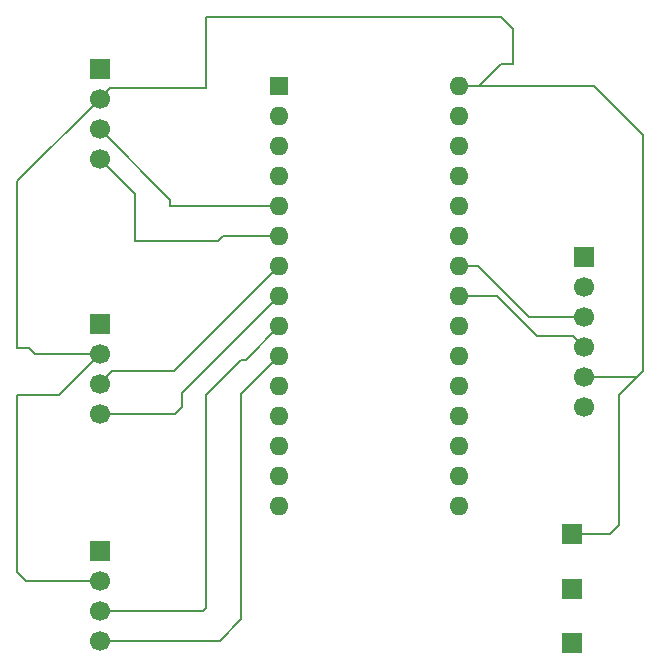
<source format=gbr>
%TF.GenerationSoftware,KiCad,Pcbnew,9.0.5-9.0.5~ubuntu24.04.1*%
%TF.CreationDate,2025-10-19T16:33:04+02:00*%
%TF.ProjectId,MultiClockArduino,4d756c74-6943-46c6-9f63-6b4172647569,0.1*%
%TF.SameCoordinates,Original*%
%TF.FileFunction,Copper,L1,Top*%
%TF.FilePolarity,Positive*%
%FSLAX46Y46*%
G04 Gerber Fmt 4.6, Leading zero omitted, Abs format (unit mm)*
G04 Created by KiCad (PCBNEW 9.0.5-9.0.5~ubuntu24.04.1) date 2025-10-19 16:33:04*
%MOMM*%
%LPD*%
G01*
G04 APERTURE LIST*
%TA.AperFunction,ComponentPad*%
%ADD10R,1.700000X1.700000*%
%TD*%
%TA.AperFunction,ComponentPad*%
%ADD11C,1.700000*%
%TD*%
%TA.AperFunction,ComponentPad*%
%ADD12R,1.600000X1.600000*%
%TD*%
%TA.AperFunction,ComponentPad*%
%ADD13O,1.600000X1.600000*%
%TD*%
%TA.AperFunction,Conductor*%
%ADD14C,0.200000*%
%TD*%
G04 APERTURE END LIST*
D10*
%TO.P,J7,1,Pin_1*%
%TO.N,GND1*%
X160000000Y-124000000D03*
%TD*%
%TO.P,J6,1,Pin_1*%
%TO.N,GND*%
X160000000Y-119400000D03*
%TD*%
%TO.P,J5,1,Pin_1*%
%TO.N,+5V*%
X160000000Y-114800000D03*
%TD*%
%TO.P,J4,1,Pin_1*%
%TO.N,unconnected-(J4-Pin_1-Pad1)*%
X161000000Y-91300000D03*
D11*
%TO.P,J4,2,Pin_2*%
%TO.N,unconnected-(J4-Pin_2-Pad2)*%
X161000000Y-93840000D03*
%TO.P,J4,3,Pin_3*%
%TO.N,/DS3231_SCL*%
X161000000Y-96380000D03*
%TO.P,J4,4,Pin_4*%
%TO.N,/DS3231_SDA*%
X161000000Y-98920000D03*
%TO.P,J4,5,Pin_5*%
%TO.N,+5V*%
X161000000Y-101460000D03*
%TO.P,J4,6,Pin_6*%
%TO.N,GND1*%
X161000000Y-104000000D03*
%TD*%
D10*
%TO.P,J3,1,Pin_1*%
%TO.N,GND*%
X120025000Y-116200000D03*
D11*
%TO.P,J3,2,Pin_2*%
%TO.N,+5V*%
X120025000Y-118740000D03*
%TO.P,J3,3,Pin_3*%
%TO.N,/CAN_GND*%
X120025000Y-121280000D03*
%TO.P,J3,4,Pin_4*%
%TO.N,/CAN_CLK*%
X120025000Y-123820000D03*
%TD*%
D10*
%TO.P,J2,1,Pin_1*%
%TO.N,GND*%
X120000000Y-97000000D03*
D11*
%TO.P,J2,2,Pin_2*%
%TO.N,+5V*%
X120000000Y-99540000D03*
%TO.P,J2,3,Pin_3*%
%TO.N,/GER_DAT*%
X120000000Y-102080000D03*
%TO.P,J2,4,Pin_4*%
%TO.N,/GER_CLK*%
X120000000Y-104620000D03*
%TD*%
D10*
%TO.P,J1,1,Pin_1*%
%TO.N,GND*%
X120000000Y-75380000D03*
D11*
%TO.P,J1,2,Pin_2*%
%TO.N,+5V*%
X120000000Y-77920000D03*
%TO.P,J1,3,Pin_3*%
%TO.N,/IND_DAT*%
X120000000Y-80460000D03*
%TO.P,J1,4,Pin_4*%
%TO.N,/IND_CLK*%
X120000000Y-83000000D03*
%TD*%
D12*
%TO.P,A1,1,D1/TX*%
%TO.N,unconnected-(A1-D1{slash}TX-Pad1)*%
X135200000Y-76840000D03*
D13*
%TO.P,A1,2,D0/RX*%
%TO.N,unconnected-(A1-D0{slash}RX-Pad2)*%
X135200000Y-79380000D03*
%TO.P,A1,3,~{RESET}*%
%TO.N,unconnected-(A1-~{RESET}-Pad3)*%
X135200000Y-81920000D03*
%TO.P,A1,4,GND*%
%TO.N,GND*%
X135200000Y-84460000D03*
%TO.P,A1,5,D2*%
%TO.N,/IND_DAT*%
X135200000Y-87000000D03*
%TO.P,A1,6,D3*%
%TO.N,/IND_CLK*%
X135200000Y-89540000D03*
%TO.P,A1,7,D4*%
%TO.N,/GER_DAT*%
X135200000Y-92080000D03*
%TO.P,A1,8,D5*%
%TO.N,/GER_CLK*%
X135200000Y-94620000D03*
%TO.P,A1,9,D6*%
%TO.N,/CAN_GND*%
X135200000Y-97160000D03*
%TO.P,A1,10,D7*%
%TO.N,/CAN_CLK*%
X135200000Y-99700000D03*
%TO.P,A1,11,D8*%
%TO.N,unconnected-(A1-D8-Pad11)*%
X135200000Y-102240000D03*
%TO.P,A1,12,D9*%
%TO.N,unconnected-(A1-D9-Pad12)*%
X135200000Y-104780000D03*
%TO.P,A1,13,D10*%
%TO.N,unconnected-(A1-D10-Pad13)*%
X135200000Y-107320000D03*
%TO.P,A1,14,D11*%
%TO.N,unconnected-(A1-D11-Pad14)*%
X135200000Y-109860000D03*
%TO.P,A1,15,D12*%
%TO.N,unconnected-(A1-D12-Pad15)*%
X135200000Y-112400000D03*
%TO.P,A1,16,D13*%
%TO.N,unconnected-(A1-D13-Pad16)*%
X150440000Y-112400000D03*
%TO.P,A1,17,3V3*%
%TO.N,unconnected-(A1-3V3-Pad17)*%
X150440000Y-109860000D03*
%TO.P,A1,18,AREF*%
%TO.N,unconnected-(A1-AREF-Pad18)*%
X150440000Y-107320000D03*
%TO.P,A1,19,A0*%
%TO.N,unconnected-(A1-A0-Pad19)*%
X150440000Y-104780000D03*
%TO.P,A1,20,A1*%
%TO.N,unconnected-(A1-A1-Pad20)*%
X150440000Y-102240000D03*
%TO.P,A1,21,A2*%
%TO.N,unconnected-(A1-A2-Pad21)*%
X150440000Y-99700000D03*
%TO.P,A1,22,A3*%
%TO.N,unconnected-(A1-A3-Pad22)*%
X150440000Y-97160000D03*
%TO.P,A1,23,A4*%
%TO.N,/DS3231_SDA*%
X150440000Y-94620000D03*
%TO.P,A1,24,A5*%
%TO.N,/DS3231_SCL*%
X150440000Y-92080000D03*
%TO.P,A1,25,A6*%
%TO.N,unconnected-(A1-A6-Pad25)*%
X150440000Y-89540000D03*
%TO.P,A1,26,A7*%
%TO.N,unconnected-(A1-A7-Pad26)*%
X150440000Y-87000000D03*
%TO.P,A1,27,+5V*%
%TO.N,unconnected-(A1-+5V-Pad27)*%
X150440000Y-84460000D03*
%TO.P,A1,28,~{RESET}*%
%TO.N,unconnected-(A1-~{RESET}-Pad28)*%
X150440000Y-81920000D03*
%TO.P,A1,29,GND*%
%TO.N,GND1*%
X150440000Y-79380000D03*
%TO.P,A1,30,VIN*%
%TO.N,+5V*%
X150440000Y-76840000D03*
%TD*%
D14*
%TO.N,+5V*%
X160000000Y-114800000D02*
X163200000Y-114800000D01*
X163200000Y-114800000D02*
X164000000Y-114000000D01*
X164000000Y-114000000D02*
X164000000Y-103000000D01*
X164000000Y-103000000D02*
X165540000Y-101460000D01*
%TO.N,/DS3231_SDA*%
X161000000Y-98920000D02*
X160080000Y-98000000D01*
X160080000Y-98000000D02*
X157000000Y-98000000D01*
X157000000Y-98000000D02*
X153620000Y-94620000D01*
X153620000Y-94620000D02*
X150440000Y-94620000D01*
%TO.N,/DS3231_SCL*%
X161000000Y-96380000D02*
X156380000Y-96380000D01*
X156380000Y-96380000D02*
X152080000Y-92080000D01*
X152080000Y-92080000D02*
X150440000Y-92080000D01*
%TO.N,+5V*%
X150440000Y-76840000D02*
X161840000Y-76840000D01*
X161840000Y-76840000D02*
X166000000Y-81000000D01*
X166000000Y-101000000D02*
X165540000Y-101460000D01*
X166000000Y-81000000D02*
X166000000Y-101000000D01*
X165540000Y-101460000D02*
X161000000Y-101460000D01*
X155000000Y-72000000D02*
X155000000Y-75000000D01*
X155000000Y-75000000D02*
X154000000Y-75000000D01*
X152160000Y-76840000D02*
X150440000Y-76840000D01*
X154000000Y-75000000D02*
X152160000Y-76840000D01*
X120000000Y-77920000D02*
X120920000Y-77000000D01*
X129000000Y-77000000D02*
X129000000Y-71000000D01*
X120920000Y-77000000D02*
X129000000Y-77000000D01*
X129000000Y-71000000D02*
X154000000Y-71000000D01*
X154000000Y-71000000D02*
X155000000Y-72000000D01*
X120000000Y-77920000D02*
X113000000Y-84920000D01*
X114000000Y-99000000D02*
X114540000Y-99540000D01*
X113000000Y-84920000D02*
X113000000Y-99000000D01*
X113000000Y-99000000D02*
X114000000Y-99000000D01*
X114540000Y-99540000D02*
X120000000Y-99540000D01*
X120025000Y-118740000D02*
X113740000Y-118740000D01*
X113740000Y-118740000D02*
X113000000Y-118000000D01*
X113000000Y-118000000D02*
X113000000Y-103000000D01*
X113000000Y-103000000D02*
X116540000Y-103000000D01*
X116540000Y-103000000D02*
X120000000Y-99540000D01*
%TO.N,/IND_DAT*%
X120000000Y-80460000D02*
X126000000Y-86460000D01*
X126000000Y-86460000D02*
X126000000Y-87000000D01*
X126000000Y-87000000D02*
X135200000Y-87000000D01*
%TO.N,/IND_CLK*%
X120000000Y-83000000D02*
X123000000Y-86000000D01*
X123000000Y-86000000D02*
X123000000Y-90000000D01*
X123000000Y-90000000D02*
X130000000Y-90000000D01*
X130000000Y-90000000D02*
X130460000Y-89540000D01*
X130460000Y-89540000D02*
X135200000Y-89540000D01*
%TO.N,/GER_DAT*%
X120000000Y-102080000D02*
X121080000Y-101000000D01*
X121080000Y-101000000D02*
X126280000Y-101000000D01*
X126280000Y-101000000D02*
X135200000Y-92080000D01*
%TO.N,/GER_CLK*%
X120000000Y-104620000D02*
X126380000Y-104620000D01*
X126380000Y-104620000D02*
X127000000Y-104000000D01*
X127000000Y-104000000D02*
X127000000Y-102820000D01*
X127000000Y-102820000D02*
X135200000Y-94620000D01*
%TO.N,/CAN_GND*%
X120025000Y-121280000D02*
X128720000Y-121280000D01*
X128720000Y-121280000D02*
X129000000Y-121000000D01*
X129000000Y-121000000D02*
X129000000Y-103000000D01*
X129000000Y-103000000D02*
X132000000Y-100000000D01*
X132000000Y-100000000D02*
X132360000Y-100000000D01*
X132360000Y-100000000D02*
X135200000Y-97160000D01*
%TO.N,/CAN_CLK*%
X120025000Y-123820000D02*
X130180000Y-123820000D01*
X130180000Y-123820000D02*
X132000000Y-122000000D01*
X132000000Y-122000000D02*
X132000000Y-102900000D01*
X132000000Y-102900000D02*
X135200000Y-99700000D01*
%TD*%
M02*

</source>
